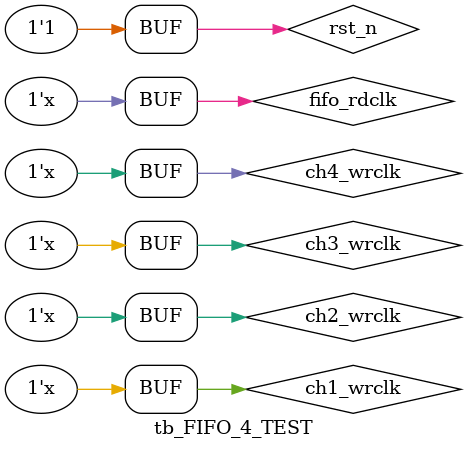
<source format=sv>

`timescale 1ns/1ps
module tb_FIFO_4_TEST (); /* this is automatically generated */

	// asynchronous reset
	reg rst_n;

	//定义每个通道数据来临的cnt
	reg [7:0] cnt_20;
	reg [7:0] cnt_15;
	reg [7:0] cnt_50;
	reg [7:0] cnt_100;

	// (*NOTE*) replace reset, clock, others
	reg        fifo_rdclk;
	reg        ch1_wrclk;
	reg        ch1_wrreq;
	reg [31:0] ch1_data;
	reg        ch2_wrclk;
	reg        ch2_wrreq;
	reg [31:0] ch2_data;
	reg        ch3_wrclk;
	reg        ch3_wrreq;
	reg [31:0] ch3_data;
	reg        ch4_wrclk;
	reg        ch4_wrreq;
	reg [31:0] ch4_data;
	reg        data_valid;
	reg [63:0] up_data;


	initial begin
		rst_n <= 1'd0;
		fifo_rdclk <= 1'd0;
		ch1_wrclk <= 1'd0;
		ch2_wrclk <= 1'd0;
		ch3_wrclk <= 1'd0;
		ch4_wrclk <= 1'd0;
		#14
		rst_n <= 1'd1;
	end

	always #10 fifo_rdclk <= ~fifo_rdclk;

	always #5 ch1_wrclk <= ~ch1_wrclk;	//100MHz
	always #5 ch2_wrclk <= ~ch2_wrclk;
	always #5 ch3_wrclk <= ~ch3_wrclk;
	always #5 ch4_wrclk <= ~ch4_wrclk;


	/*********************************************************/
	/*各个缓存通道cnt计数*/
	always@(posedge ch1_wrclk or negedge rst_n) begin
		if(~rst_n) begin
			cnt_20 <= 8'd0;
		end else if(cnt_20 == 8'd19) begin
			cnt_20 <= 8'd0;
		end else begin
			cnt_20 <= cnt_20 + 8'd1;
		end
	end

	always@(posedge ch2_wrclk or negedge rst_n) begin
		if(~rst_n) begin
			cnt_15 <= 8'd0;
		end else if(cnt_15 == 8'd14) begin
			cnt_15 <= 8'd0;
		end else begin
			cnt_15 <= cnt_15 + 8'd1;
		end
	end

	always@(posedge ch3_wrclk or negedge rst_n) begin
		if(~rst_n) begin
			cnt_50 <= 8'd0;
		end else if(cnt_50 == 8'd49) begin
			cnt_50 <= 8'd0;
		end else begin
			cnt_50 <= cnt_50 + 8'd1;
		end
	end

	always@(posedge ch4_wrclk or negedge rst_n) begin
		if(~rst_n) begin
			cnt_100 <= 8'd0;
		end else if(cnt_100 == 8'd99) begin
			cnt_100 <= 8'd0;
		end else begin
			cnt_100 <= cnt_100 + 8'd1;
		end
	end

	/*********************************************************/
	/*CH1_FIFO的输入代码体现*/
	always@(posedge ch1_wrclk or negedge rst_n) begin
		if(~rst_n) begin
			ch1_wrreq <= 1'd0;
			ch1_data <= 32'd0;
		end else if(cnt_20 == 8'd19) begin
			ch1_wrreq <= 1'd1;
			ch1_data <= {$random} % 256;
		end else begin
			ch1_wrreq <= 1'd0;
			ch1_data <= 32'd0;
		end
	end 

	/*CH2_FIFO的输入代码体现*/
	always@(posedge ch2_wrclk or negedge rst_n) begin
		if(~rst_n) begin
			ch2_wrreq <= 1'd0;
			ch2_data <= 32'd0;
		end else if(cnt_15 == 8'd14) begin
			ch2_wrreq <= 1'd1;
			ch2_data <= {$random} % 256;
		end else begin
			ch2_wrreq <= 1'd0;
			ch2_data <= 32'd0;
		end
	end 

	/*CH3_FIFO的输入代码体现*/
	always@(posedge ch3_wrclk or negedge rst_n) begin
		if(~rst_n) begin
			ch3_wrreq <= 1'd0;
			ch3_data <= 32'd0;
		end else if(cnt_50 == 8'd49) begin
			ch3_wrreq <= 1'd1;
			ch3_data <= {$random} % 256;
		end else begin
			ch3_wrreq <= 1'd0;
			ch3_data <= 32'd0;
		end
	end 

	/*CH4_FIFO的输入代码体现*/
	always@(posedge ch4_wrclk or negedge rst_n) begin
		if(~rst_n) begin
			ch4_wrreq <= 1'd0;
			ch4_data <= 32'd0;
		end else if(cnt_100 == 8'd99) begin
			ch4_wrreq <= 1'd1;
			ch4_data <= {$random} % 256;
		end else begin
			ch4_wrreq <= 1'd0;
			ch4_data <= 32'd0;
		end
	end 

	/*********************************************************/

	FIFO_4_TEST inst_FIFO_4_TEST
		(
			.fifo_rdclk (fifo_rdclk),
			.rst_n      (rst_n),
			.ch1_wrclk  (ch1_wrclk),
			.ch1_wrreq  (ch1_wrreq),
			.ch1_data   (ch1_data),
			.ch2_wrclk  (ch2_wrclk),
			.ch2_wrreq  (ch2_wrreq),
			.ch2_data   (ch2_data),
			.ch3_wrclk  (ch3_wrclk),
			.ch3_wrreq  (ch3_wrreq),
			.ch3_data   (ch3_data),
			.ch4_wrclk  (ch4_wrclk),
			.ch4_wrreq  (ch4_wrreq),
			.ch4_data   (ch4_data),
			.data_valid (data_valid),
			.up_data    (up_data)
		);

endmodule

</source>
